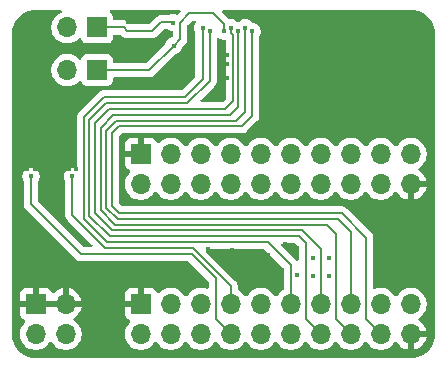
<source format=gbr>
%TF.GenerationSoftware,KiCad,Pcbnew,9.0.0-rc3-b7b28e555e~182~ubuntu24.04.1*%
%TF.CreationDate,2025-02-14T00:47:14-05:00*%
%TF.ProjectId,SharpBreakout,53686172-7042-4726-9561-6b6f75742e6b,rev?*%
%TF.SameCoordinates,Original*%
%TF.FileFunction,Copper,L4,Bot*%
%TF.FilePolarity,Positive*%
%FSLAX46Y46*%
G04 Gerber Fmt 4.6, Leading zero omitted, Abs format (unit mm)*
G04 Created by KiCad (PCBNEW 9.0.0-rc3-b7b28e555e~182~ubuntu24.04.1) date 2025-02-14 00:47:14*
%MOMM*%
%LPD*%
G01*
G04 APERTURE LIST*
%TA.AperFunction,ComponentPad*%
%ADD10R,1.700000X1.700000*%
%TD*%
%TA.AperFunction,ComponentPad*%
%ADD11O,1.700000X1.700000*%
%TD*%
%TA.AperFunction,ViaPad*%
%ADD12C,0.450000*%
%TD*%
%TA.AperFunction,ViaPad*%
%ADD13C,0.600000*%
%TD*%
%TA.AperFunction,Conductor*%
%ADD14C,0.200000*%
%TD*%
G04 APERTURE END LIST*
D10*
%TO.P,J6,1,Pin_1*%
%TO.N,/VDD1*%
X133455000Y-88140000D03*
D11*
%TO.P,J6,2,Pin_2*%
%TO.N,Net-(J6-Pin_2)*%
X130915000Y-88140000D03*
%TD*%
D10*
%TO.P,J2,1,Pin_1*%
%TO.N,/VDD2*%
X133455000Y-84540000D03*
D11*
%TO.P,J2,2,Pin_2*%
%TO.N,Net-(J2-Pin_2)*%
X130915000Y-84540000D03*
%TD*%
D10*
%TO.P,J3,1,Pin_1*%
%TO.N,GND*%
X137155000Y-95245000D03*
D11*
%TO.P,J3,2,Pin_2*%
%TO.N,unconnected-(J3-Pin_2-Pad2)*%
X137155000Y-97785000D03*
%TO.P,J3,3,Pin_3*%
%TO.N,/BCK*%
X139695000Y-95245000D03*
%TO.P,J3,4,Pin_4*%
%TO.N,/R1*%
X139695000Y-97785000D03*
%TO.P,J3,5,Pin_5*%
%TO.N,/G1*%
X142235000Y-95245000D03*
%TO.P,J3,6,Pin_6*%
%TO.N,/B1*%
X142235000Y-97785000D03*
%TO.P,J3,7,Pin_7*%
%TO.N,unconnected-(J3-Pin_7-Pad7)*%
X144775000Y-95245000D03*
%TO.P,J3,8,Pin_8*%
%TO.N,/VB*%
X144775000Y-97785000D03*
%TO.P,J3,9,Pin_9*%
%TO.N,unconnected-(J3-Pin_9-Pad9)*%
X147315000Y-95245000D03*
%TO.P,J3,10,Pin_10*%
%TO.N,unconnected-(J3-Pin_10-Pad10)*%
X147315000Y-97785000D03*
%TO.P,J3,11,Pin_11*%
%TO.N,unconnected-(J3-Pin_11-Pad11)*%
X149855000Y-95245000D03*
%TO.P,J3,12,Pin_12*%
%TO.N,unconnected-(J3-Pin_12-Pad12)*%
X149855000Y-97785000D03*
%TO.P,J3,13,Pin_13*%
%TO.N,unconnected-(J3-Pin_13-Pad13)*%
X152395000Y-95245000D03*
%TO.P,J3,14,Pin_14*%
%TO.N,unconnected-(J3-Pin_14-Pad14)*%
X152395000Y-97785000D03*
%TO.P,J3,15,Pin_15*%
%TO.N,unconnected-(J3-Pin_15-Pad15)*%
X154935000Y-95245000D03*
%TO.P,J3,16,Pin_16*%
%TO.N,unconnected-(J3-Pin_16-Pad16)*%
X154935000Y-97785000D03*
%TO.P,J3,17,Pin_17*%
%TO.N,unconnected-(J3-Pin_17-Pad17)*%
X157475000Y-95245000D03*
%TO.P,J3,18,Pin_18*%
%TO.N,unconnected-(J3-Pin_18-Pad18)*%
X157475000Y-97785000D03*
%TO.P,J3,19,Pin_19*%
%TO.N,unconnected-(J3-Pin_19-Pad19)*%
X160015000Y-95245000D03*
%TO.P,J3,20,Pin_20*%
%TO.N,GND*%
X160015000Y-97785000D03*
%TD*%
D10*
%TO.P,J5,1,Pin_1*%
%TO.N,GND*%
X137155000Y-107945000D03*
D11*
%TO.P,J5,2,Pin_2*%
%TO.N,VDDIO*%
X137155000Y-110485000D03*
%TO.P,J5,3,Pin_3*%
%TO.N,unconnected-(J5-Pin_3-Pad3)*%
X139695000Y-107945000D03*
%TO.P,J5,4,Pin_4*%
%TO.N,unconnected-(J5-Pin_4-Pad4)*%
X139695000Y-110485000D03*
%TO.P,J5,5,Pin_5*%
%TO.N,unconnected-(J5-Pin_5-Pad5)*%
X142235000Y-107945000D03*
%TO.P,J5,6,Pin_6*%
%TO.N,unconnected-(J5-Pin_6-Pad6)*%
X142235000Y-110485000D03*
%TO.P,J5,7,Pin_7*%
%TO.N,/VDDIO_EN*%
X144775000Y-107945000D03*
%TO.P,J5,8,Pin_8*%
%TO.N,/VBUS_EN*%
X144775000Y-110485000D03*
%TO.P,J5,9,Pin_9*%
%TO.N,/INTB*%
X147315000Y-107945000D03*
%TO.P,J5,10,Pin_10*%
%TO.N,/GCK*%
X147315000Y-110485000D03*
%TO.P,J5,11,Pin_11*%
%TO.N,/GSP*%
X149855000Y-107945000D03*
%TO.P,J5,12,Pin_12*%
%TO.N,/VA*%
X149855000Y-110485000D03*
%TO.P,J5,13,Pin_13*%
%TO.N,/BSP*%
X152395000Y-107945000D03*
%TO.P,J5,14,Pin_14*%
%TO.N,/GEN*%
X152395000Y-110485000D03*
%TO.P,J5,15,Pin_15*%
%TO.N,/G0*%
X154935000Y-107945000D03*
%TO.P,J5,16,Pin_16*%
%TO.N,/R0*%
X154935000Y-110485000D03*
%TO.P,J5,17,Pin_17*%
%TO.N,unconnected-(J5-Pin_17-Pad17)*%
X157475000Y-107945000D03*
%TO.P,J5,18,Pin_18*%
%TO.N,/B0*%
X157475000Y-110485000D03*
%TO.P,J5,19,Pin_19*%
%TO.N,unconnected-(J5-Pin_19-Pad19)*%
X160015000Y-107945000D03*
%TO.P,J5,20,Pin_20*%
%TO.N,GND*%
X160015000Y-110485000D03*
%TD*%
D10*
%TO.P,J4,1,Pin_1*%
%TO.N,GND*%
X128265000Y-107945000D03*
D11*
%TO.P,J4,2,Pin_2*%
%TO.N,VBUS*%
X128265000Y-110485000D03*
%TO.P,J4,3,Pin_3*%
%TO.N,GND*%
X130805000Y-107945000D03*
%TO.P,J4,4,Pin_4*%
%TO.N,VDDEXT*%
X130805000Y-110485000D03*
%TD*%
D12*
%TO.N,/GSP*%
X142380000Y-84550000D03*
%TO.N,/GEN*%
X142980000Y-84860000D03*
%TO.N,/BSP*%
X144780000Y-84550000D03*
%TO.N,/G0*%
X145980000Y-84550000D03*
%TO.N,/B0*%
X146580000Y-84860000D03*
%TO.N,GND*%
X130400000Y-100075000D03*
X159750000Y-85910000D03*
X143810000Y-104270000D03*
X136390000Y-89470000D03*
D13*
X127875000Y-84175000D03*
D12*
X131700000Y-96500000D03*
X127490000Y-96500000D03*
X149370000Y-102890000D03*
X156240000Y-85910000D03*
X151760000Y-104080000D03*
X159830000Y-105580000D03*
X144450000Y-88800000D03*
X142810000Y-103270000D03*
X134710000Y-105230000D03*
X146630000Y-103670000D03*
X144870000Y-105350000D03*
X150390000Y-105480000D03*
X144850000Y-103350000D03*
X146640000Y-105370000D03*
X144454000Y-86890000D03*
X156220000Y-92420000D03*
X147890000Y-103790000D03*
X128740000Y-88320000D03*
X139750000Y-88680000D03*
X156220000Y-89300000D03*
X157620000Y-103490000D03*
X126900000Y-100050000D03*
X157400000Y-100820000D03*
X128220000Y-96500000D03*
X159780000Y-89280000D03*
D13*
X126900000Y-85475000D03*
D12*
X153070000Y-105580000D03*
X131510000Y-94000000D03*
X152140000Y-92390000D03*
X131090000Y-101490000D03*
X151760000Y-105580000D03*
X128800000Y-94000000D03*
X144450000Y-87660000D03*
X159710000Y-100720000D03*
X153070000Y-104050000D03*
X152070000Y-85910000D03*
X136075000Y-86100000D03*
X131040000Y-96500000D03*
X152000000Y-89200000D03*
X150260000Y-103840000D03*
X159870000Y-92440000D03*
X147910000Y-105310000D03*
X157650000Y-105480000D03*
X139340000Y-105400000D03*
X159760000Y-103400000D03*
X136075000Y-84100000D03*
X128710000Y-91410000D03*
%TO.N,/R0*%
X145380000Y-84860000D03*
%TO.N,/VDD2*%
X139900000Y-84125000D03*
%TO.N,/VDD1*%
X144180000Y-84860000D03*
X139925000Y-86085000D03*
%TO.N,/VBUS_EN*%
X127850000Y-97150000D03*
%TO.N,/VDDIO_EN*%
X131350000Y-97150000D03*
%TD*%
D14*
%TO.N,/GSP*%
X132310000Y-100720000D02*
X134310000Y-102720000D01*
X134310000Y-102720000D02*
X147910000Y-102720000D01*
X132310000Y-92160000D02*
X132310000Y-100720000D01*
X140860000Y-90460000D02*
X134010000Y-90460000D01*
X142380000Y-84550000D02*
X142380000Y-88940000D01*
X134010000Y-90460000D02*
X132310000Y-92160000D01*
X149855000Y-104665000D02*
X149855000Y-107945000D01*
X147910000Y-102720000D02*
X149855000Y-104665000D01*
X142380000Y-88940000D02*
X140860000Y-90460000D01*
%TO.N,/GEN*%
X152395000Y-110485000D02*
X151120000Y-109210000D01*
X132800000Y-92360000D02*
X134200000Y-90960000D01*
X151120000Y-102800000D02*
X150540000Y-102220000D01*
X142980000Y-89050000D02*
X142980000Y-84860000D01*
X134510000Y-102220000D02*
X132800000Y-100510000D01*
X151120000Y-109210000D02*
X151120000Y-102800000D01*
X134200000Y-90960000D02*
X141070000Y-90960000D01*
X141070000Y-90960000D02*
X142980000Y-89050000D01*
X150540000Y-102220000D02*
X134510000Y-102220000D01*
X132800000Y-100510000D02*
X132800000Y-92360000D01*
%TO.N,/BSP*%
X144290000Y-91460000D02*
X134500000Y-91460000D01*
X133300000Y-92660000D02*
X133300000Y-100280000D01*
X144780000Y-84550000D02*
X144780000Y-85003877D01*
X150820000Y-101730000D02*
X152395000Y-103305000D01*
X133300000Y-100280000D02*
X134750000Y-101730000D01*
X134500000Y-91460000D02*
X133300000Y-92660000D01*
X152395000Y-103305000D02*
X152395000Y-107945000D01*
X144979000Y-85202877D02*
X144979000Y-90771000D01*
X144780000Y-85003877D02*
X144979000Y-85202877D01*
X144979000Y-90771000D02*
X144290000Y-91460000D01*
X134750000Y-101730000D02*
X150820000Y-101730000D01*
%TO.N,/G0*%
X134230000Y-99810000D02*
X134230000Y-93300000D01*
X154935000Y-107945000D02*
X154935000Y-101845000D01*
X154935000Y-101845000D02*
X153850000Y-100760000D01*
X134230000Y-93300000D02*
X135090000Y-92440000D01*
X135090000Y-92440000D02*
X145240000Y-92440000D01*
X153850000Y-100760000D02*
X135180000Y-100760000D01*
X135180000Y-100760000D02*
X134230000Y-99810000D01*
X145980000Y-91700000D02*
X145980000Y-84550000D01*
X145240000Y-92440000D02*
X145980000Y-91700000D01*
%TO.N,/B0*%
X154160000Y-100280000D02*
X156210000Y-102330000D01*
X135300000Y-92910000D02*
X134700000Y-93510000D01*
X134700000Y-99640000D02*
X135340000Y-100280000D01*
X146580000Y-84860000D02*
X146580000Y-92010000D01*
X156210000Y-109220000D02*
X157475000Y-110485000D01*
X146580000Y-92010000D02*
X145680000Y-92910000D01*
X134700000Y-93510000D02*
X134700000Y-99640000D01*
X156210000Y-102330000D02*
X156210000Y-109220000D01*
X145680000Y-92910000D02*
X135300000Y-92910000D01*
X135340000Y-100280000D02*
X154160000Y-100280000D01*
%TO.N,/R0*%
X154935000Y-110485000D02*
X153660000Y-109210000D01*
X133740000Y-100010000D02*
X133740000Y-93030000D01*
X153660000Y-109210000D02*
X153660000Y-101990000D01*
X134970000Y-101240000D02*
X133740000Y-100010000D01*
X152910000Y-101240000D02*
X134970000Y-101240000D01*
X153660000Y-101990000D02*
X152910000Y-101240000D01*
X144670000Y-91960000D02*
X145380000Y-91250000D01*
X134810000Y-91960000D02*
X144670000Y-91960000D01*
X145380000Y-91250000D02*
X145380000Y-84860000D01*
X133740000Y-93030000D02*
X134810000Y-91960000D01*
%TO.N,/VDD2*%
X136020000Y-84870000D02*
X135690000Y-84540000D01*
X139900000Y-84125000D02*
X139875000Y-84100000D01*
X138080000Y-84870000D02*
X136020000Y-84870000D01*
X139875000Y-84100000D02*
X138850000Y-84100000D01*
X135690000Y-84540000D02*
X133455000Y-84540000D01*
X138850000Y-84100000D02*
X138080000Y-84870000D01*
%TO.N,/VDD1*%
X140475000Y-84125000D02*
X141250000Y-83350000D01*
X143300000Y-83350000D02*
X144180000Y-84230000D01*
X139925000Y-86085000D02*
X140475000Y-85535000D01*
X139925000Y-86085000D02*
X137870000Y-88140000D01*
X141250000Y-83350000D02*
X143300000Y-83350000D01*
X140475000Y-85535000D02*
X140475000Y-84125000D01*
X144180000Y-84230000D02*
X144180000Y-84860000D01*
X137870000Y-88140000D02*
X133455000Y-88140000D01*
%TO.N,/VBUS_EN*%
X127850000Y-97150000D02*
X127850000Y-99480000D01*
X132110000Y-103740000D02*
X141460000Y-103740000D01*
X127850000Y-99480000D02*
X132110000Y-103740000D01*
X143500000Y-109210000D02*
X144775000Y-110485000D01*
X141460000Y-103740000D02*
X143500000Y-105780000D01*
X143500000Y-105780000D02*
X143500000Y-109210000D01*
%TO.N,/VDDIO_EN*%
X131350000Y-100400000D02*
X134160000Y-103210000D01*
X131350000Y-97150000D02*
X131350000Y-100400000D01*
X134160000Y-103210000D02*
X141530000Y-103210000D01*
X141530000Y-103210000D02*
X144775000Y-106455000D01*
X144775000Y-106455000D02*
X144775000Y-107945000D01*
%TD*%
%TA.AperFunction,Conductor*%
%TO.N,GND*%
G36*
X130339075Y-107752007D02*
G01*
X130305000Y-107879174D01*
X130305000Y-108010826D01*
X130339075Y-108137993D01*
X130371988Y-108195000D01*
X128698012Y-108195000D01*
X128730925Y-108137993D01*
X128765000Y-108010826D01*
X128765000Y-107879174D01*
X128730925Y-107752007D01*
X128698012Y-107695000D01*
X130371988Y-107695000D01*
X130339075Y-107752007D01*
G37*
%TD.AperFunction*%
%TA.AperFunction,Conductor*%
G36*
X130414682Y-83070185D02*
G01*
X130460437Y-83122989D01*
X130470381Y-83192147D01*
X130441356Y-83255703D01*
X130400415Y-83285222D01*
X130400929Y-83286231D01*
X130207179Y-83384951D01*
X130035213Y-83509890D01*
X129884890Y-83660213D01*
X129759951Y-83832179D01*
X129663444Y-84021585D01*
X129663443Y-84021587D01*
X129663443Y-84021588D01*
X129642022Y-84087514D01*
X129597753Y-84223760D01*
X129564500Y-84433713D01*
X129564500Y-84646286D01*
X129595147Y-84839788D01*
X129597754Y-84856243D01*
X129642043Y-84992551D01*
X129663444Y-85058414D01*
X129759951Y-85247820D01*
X129884890Y-85419786D01*
X130035213Y-85570109D01*
X130207179Y-85695048D01*
X130207181Y-85695049D01*
X130207184Y-85695051D01*
X130396588Y-85791557D01*
X130598757Y-85857246D01*
X130808713Y-85890500D01*
X130808714Y-85890500D01*
X131021286Y-85890500D01*
X131021287Y-85890500D01*
X131231243Y-85857246D01*
X131433412Y-85791557D01*
X131622816Y-85695051D01*
X131722651Y-85622517D01*
X131794784Y-85570110D01*
X131794784Y-85570109D01*
X131794792Y-85570104D01*
X131908329Y-85456566D01*
X131969648Y-85423084D01*
X132039340Y-85428068D01*
X132095274Y-85469939D01*
X132112189Y-85500917D01*
X132161202Y-85632328D01*
X132161206Y-85632335D01*
X132247452Y-85747544D01*
X132247455Y-85747547D01*
X132362664Y-85833793D01*
X132362671Y-85833797D01*
X132497517Y-85884091D01*
X132497516Y-85884091D01*
X132504444Y-85884835D01*
X132557127Y-85890500D01*
X134352872Y-85890499D01*
X134412483Y-85884091D01*
X134547331Y-85833796D01*
X134662546Y-85747546D01*
X134748796Y-85632331D01*
X134799091Y-85497483D01*
X134805500Y-85437873D01*
X134805500Y-85264500D01*
X134825185Y-85197461D01*
X134877989Y-85151706D01*
X134929500Y-85140500D01*
X135389903Y-85140500D01*
X135419343Y-85149144D01*
X135449330Y-85155668D01*
X135454345Y-85159422D01*
X135456942Y-85160185D01*
X135477584Y-85176819D01*
X135535139Y-85234374D01*
X135535149Y-85234385D01*
X135539479Y-85238715D01*
X135539480Y-85238716D01*
X135651284Y-85350520D01*
X135651286Y-85350521D01*
X135651290Y-85350524D01*
X135715131Y-85387382D01*
X135788216Y-85429577D01*
X135899887Y-85459499D01*
X135940942Y-85470500D01*
X135940943Y-85470500D01*
X137993331Y-85470500D01*
X137993347Y-85470501D01*
X138000943Y-85470501D01*
X138159054Y-85470501D01*
X138159057Y-85470501D01*
X138311785Y-85429577D01*
X138384870Y-85387381D01*
X138384874Y-85387379D01*
X138448709Y-85350524D01*
X138448708Y-85350524D01*
X138448716Y-85350520D01*
X138560520Y-85238716D01*
X138560520Y-85238714D01*
X138570724Y-85228511D01*
X138570727Y-85228506D01*
X139062416Y-84736819D01*
X139123739Y-84703334D01*
X139150097Y-84700500D01*
X139417817Y-84700500D01*
X139484856Y-84720185D01*
X139486708Y-84721398D01*
X139556340Y-84767925D01*
X139556346Y-84767928D01*
X139556347Y-84767929D01*
X139688380Y-84822619D01*
X139731191Y-84831134D01*
X139774691Y-84839788D01*
X139836602Y-84872173D01*
X139871176Y-84932889D01*
X139874500Y-84961405D01*
X139874500Y-85234901D01*
X139865855Y-85264342D01*
X139859331Y-85294330D01*
X139855577Y-85299344D01*
X139854815Y-85301940D01*
X139838179Y-85322584D01*
X139814877Y-85345885D01*
X139753553Y-85379369D01*
X139751391Y-85379819D01*
X139713384Y-85387379D01*
X139713381Y-85387380D01*
X139581349Y-85442069D01*
X139581340Y-85442074D01*
X139462521Y-85521467D01*
X139462517Y-85521470D01*
X139361470Y-85622517D01*
X139361467Y-85622521D01*
X139282074Y-85741340D01*
X139282069Y-85741349D01*
X139227380Y-85873381D01*
X139227379Y-85873383D01*
X139219819Y-85911392D01*
X139187433Y-85973302D01*
X139185883Y-85974880D01*
X137657584Y-87503181D01*
X137596261Y-87536666D01*
X137569903Y-87539500D01*
X134929499Y-87539500D01*
X134862460Y-87519815D01*
X134816705Y-87467011D01*
X134805499Y-87415500D01*
X134805499Y-87242129D01*
X134805498Y-87242123D01*
X134799091Y-87182516D01*
X134748797Y-87047671D01*
X134748793Y-87047664D01*
X134662547Y-86932455D01*
X134662544Y-86932452D01*
X134547335Y-86846206D01*
X134547328Y-86846202D01*
X134412482Y-86795908D01*
X134412483Y-86795908D01*
X134352883Y-86789501D01*
X134352881Y-86789500D01*
X134352873Y-86789500D01*
X134352864Y-86789500D01*
X132557129Y-86789500D01*
X132557123Y-86789501D01*
X132497516Y-86795908D01*
X132362671Y-86846202D01*
X132362664Y-86846206D01*
X132247455Y-86932452D01*
X132247452Y-86932455D01*
X132161206Y-87047664D01*
X132161203Y-87047669D01*
X132112189Y-87179083D01*
X132070317Y-87235016D01*
X132004853Y-87259433D01*
X131936580Y-87244581D01*
X131908326Y-87223430D01*
X131794786Y-87109890D01*
X131622820Y-86984951D01*
X131433414Y-86888444D01*
X131433413Y-86888443D01*
X131433412Y-86888443D01*
X131231243Y-86822754D01*
X131231241Y-86822753D01*
X131231240Y-86822753D01*
X131069957Y-86797208D01*
X131021287Y-86789500D01*
X130808713Y-86789500D01*
X130760042Y-86797208D01*
X130598760Y-86822753D01*
X130396585Y-86888444D01*
X130207179Y-86984951D01*
X130035213Y-87109890D01*
X129884890Y-87260213D01*
X129759951Y-87432179D01*
X129663444Y-87621585D01*
X129597753Y-87823760D01*
X129564500Y-88033713D01*
X129564500Y-88246287D01*
X129597754Y-88456243D01*
X129611486Y-88498507D01*
X129663444Y-88658414D01*
X129759951Y-88847820D01*
X129884890Y-89019786D01*
X130035213Y-89170109D01*
X130207179Y-89295048D01*
X130207181Y-89295049D01*
X130207184Y-89295051D01*
X130396588Y-89391557D01*
X130598757Y-89457246D01*
X130808713Y-89490500D01*
X130808714Y-89490500D01*
X131021286Y-89490500D01*
X131021287Y-89490500D01*
X131231243Y-89457246D01*
X131433412Y-89391557D01*
X131622816Y-89295051D01*
X131794792Y-89170104D01*
X131908329Y-89056566D01*
X131969648Y-89023084D01*
X132039340Y-89028068D01*
X132095274Y-89069939D01*
X132112189Y-89100917D01*
X132161202Y-89232328D01*
X132161206Y-89232335D01*
X132247452Y-89347544D01*
X132247455Y-89347547D01*
X132362664Y-89433793D01*
X132362671Y-89433797D01*
X132497517Y-89484091D01*
X132497516Y-89484091D01*
X132504444Y-89484835D01*
X132557127Y-89490500D01*
X134352872Y-89490499D01*
X134412483Y-89484091D01*
X134547331Y-89433796D01*
X134662546Y-89347546D01*
X134748796Y-89232331D01*
X134799091Y-89097483D01*
X134805500Y-89037873D01*
X134805500Y-88864500D01*
X134825185Y-88797461D01*
X134877989Y-88751706D01*
X134929500Y-88740500D01*
X137783331Y-88740500D01*
X137783347Y-88740501D01*
X137790943Y-88740501D01*
X137949054Y-88740501D01*
X137949057Y-88740501D01*
X138101785Y-88699577D01*
X138151904Y-88670639D01*
X138238716Y-88620520D01*
X138350520Y-88508716D01*
X138350520Y-88508714D01*
X138360728Y-88498507D01*
X138360730Y-88498504D01*
X140035119Y-86824114D01*
X140096440Y-86790631D01*
X140098536Y-86790194D01*
X140136620Y-86782619D01*
X140268653Y-86727929D01*
X140387479Y-86648532D01*
X140488532Y-86547479D01*
X140567929Y-86428653D01*
X140622619Y-86296620D01*
X140630180Y-86258606D01*
X140638945Y-86241849D01*
X140642965Y-86223371D01*
X140661704Y-86198338D01*
X140662563Y-86196697D01*
X140664058Y-86195175D01*
X140833506Y-86025728D01*
X140833511Y-86025724D01*
X140843714Y-86015520D01*
X140843716Y-86015520D01*
X140955520Y-85903716D01*
X141034577Y-85766784D01*
X141075500Y-85614057D01*
X141075500Y-84425097D01*
X141095185Y-84358058D01*
X141111819Y-84337416D01*
X141462417Y-83986819D01*
X141489344Y-83972115D01*
X141515163Y-83955523D01*
X141521363Y-83954631D01*
X141523740Y-83953334D01*
X141550098Y-83950500D01*
X141676034Y-83950500D01*
X141743073Y-83970185D01*
X141788828Y-84022989D01*
X141798772Y-84092147D01*
X141779136Y-84143391D01*
X141737074Y-84206340D01*
X141737069Y-84206349D01*
X141682381Y-84338379D01*
X141682379Y-84338385D01*
X141654500Y-84478542D01*
X141654500Y-84478545D01*
X141654500Y-84621455D01*
X141654500Y-84621457D01*
X141654499Y-84621457D01*
X141682379Y-84761614D01*
X141682381Y-84761620D01*
X141737070Y-84893651D01*
X141758601Y-84925874D01*
X141779480Y-84992551D01*
X141779500Y-84994766D01*
X141779500Y-88639902D01*
X141759815Y-88706941D01*
X141743181Y-88727583D01*
X140647584Y-89823181D01*
X140586261Y-89856666D01*
X140559903Y-89859500D01*
X134089057Y-89859500D01*
X133930943Y-89859500D01*
X133778215Y-89900423D01*
X133778214Y-89900423D01*
X133778212Y-89900424D01*
X133778209Y-89900425D01*
X133728096Y-89929359D01*
X133728095Y-89929360D01*
X133684689Y-89954420D01*
X133641285Y-89979479D01*
X133641282Y-89979481D01*
X131829479Y-91791284D01*
X131809913Y-91825174D01*
X131801643Y-91839500D01*
X131750423Y-91928215D01*
X131709499Y-92080943D01*
X131709499Y-92080945D01*
X131709499Y-92249046D01*
X131709500Y-92249059D01*
X131709500Y-96330701D01*
X131689815Y-96397740D01*
X131637011Y-96443495D01*
X131567853Y-96453439D01*
X131561309Y-96452318D01*
X131421459Y-96424500D01*
X131421455Y-96424500D01*
X131278545Y-96424500D01*
X131278543Y-96424500D01*
X131138385Y-96452379D01*
X131138379Y-96452381D01*
X131006349Y-96507069D01*
X131006340Y-96507074D01*
X130887521Y-96586467D01*
X130887517Y-96586470D01*
X130786470Y-96687517D01*
X130786467Y-96687521D01*
X130707074Y-96806340D01*
X130707069Y-96806349D01*
X130652381Y-96938379D01*
X130652379Y-96938385D01*
X130624500Y-97078542D01*
X130624500Y-97078545D01*
X130624500Y-97221455D01*
X130624500Y-97221457D01*
X130624499Y-97221457D01*
X130652379Y-97361614D01*
X130652381Y-97361620D01*
X130707070Y-97493651D01*
X130728601Y-97525874D01*
X130749480Y-97592551D01*
X130749500Y-97594766D01*
X130749500Y-100313330D01*
X130749499Y-100313348D01*
X130749499Y-100479054D01*
X130749498Y-100479054D01*
X130790423Y-100631786D01*
X130790424Y-100631787D01*
X130818504Y-100680423D01*
X130869480Y-100768716D01*
X130869482Y-100768718D01*
X130988349Y-100887585D01*
X130988355Y-100887590D01*
X133028584Y-102927819D01*
X133062069Y-102989142D01*
X133057085Y-103058834D01*
X133015213Y-103114767D01*
X132949749Y-103139184D01*
X132940903Y-103139500D01*
X132410098Y-103139500D01*
X132343059Y-103119815D01*
X132322417Y-103103181D01*
X128486819Y-99267583D01*
X128453334Y-99206260D01*
X128450500Y-99179902D01*
X128450500Y-97594766D01*
X128470185Y-97527727D01*
X128471399Y-97525874D01*
X128492929Y-97493653D01*
X128547619Y-97361620D01*
X128566484Y-97266782D01*
X128575500Y-97221457D01*
X128575500Y-97078542D01*
X128547620Y-96938385D01*
X128547619Y-96938384D01*
X128547619Y-96938380D01*
X128492929Y-96806347D01*
X128492928Y-96806346D01*
X128492925Y-96806340D01*
X128413532Y-96687521D01*
X128413529Y-96687517D01*
X128312482Y-96586470D01*
X128312478Y-96586467D01*
X128193659Y-96507074D01*
X128193650Y-96507069D01*
X128061620Y-96452381D01*
X128061614Y-96452379D01*
X127921457Y-96424500D01*
X127921455Y-96424500D01*
X127778545Y-96424500D01*
X127778543Y-96424500D01*
X127638385Y-96452379D01*
X127638379Y-96452381D01*
X127506349Y-96507069D01*
X127506340Y-96507074D01*
X127387521Y-96586467D01*
X127387517Y-96586470D01*
X127286470Y-96687517D01*
X127286467Y-96687521D01*
X127207074Y-96806340D01*
X127207069Y-96806349D01*
X127152381Y-96938379D01*
X127152379Y-96938385D01*
X127124500Y-97078542D01*
X127124500Y-97078545D01*
X127124500Y-97221455D01*
X127124500Y-97221457D01*
X127124499Y-97221457D01*
X127152379Y-97361614D01*
X127152381Y-97361620D01*
X127207070Y-97493651D01*
X127228601Y-97525874D01*
X127249480Y-97592551D01*
X127249500Y-97594766D01*
X127249500Y-99393330D01*
X127249499Y-99393348D01*
X127249499Y-99559054D01*
X127249498Y-99559054D01*
X127290423Y-99711787D01*
X127290424Y-99711788D01*
X127301482Y-99730940D01*
X127301484Y-99730943D01*
X127369477Y-99848712D01*
X127369481Y-99848717D01*
X127488349Y-99967585D01*
X127488354Y-99967589D01*
X131741284Y-104220520D01*
X131741286Y-104220521D01*
X131741290Y-104220524D01*
X131852749Y-104284874D01*
X131878216Y-104299577D01*
X132030943Y-104340501D01*
X132030945Y-104340501D01*
X132196654Y-104340501D01*
X132196670Y-104340500D01*
X141159903Y-104340500D01*
X141226942Y-104360185D01*
X141247584Y-104376819D01*
X142863181Y-105992416D01*
X142896666Y-106053739D01*
X142899500Y-106080097D01*
X142899500Y-106570238D01*
X142879815Y-106637277D01*
X142827011Y-106683032D01*
X142757853Y-106692976D01*
X142737182Y-106688169D01*
X142551240Y-106627753D01*
X142389957Y-106602208D01*
X142341287Y-106594500D01*
X142128713Y-106594500D01*
X142080042Y-106602208D01*
X141918760Y-106627753D01*
X141716585Y-106693444D01*
X141527179Y-106789951D01*
X141355213Y-106914890D01*
X141204890Y-107065213D01*
X141079949Y-107237182D01*
X141075484Y-107245946D01*
X141027509Y-107296742D01*
X140959688Y-107313536D01*
X140893553Y-107290998D01*
X140854516Y-107245946D01*
X140850050Y-107237182D01*
X140725109Y-107065213D01*
X140574786Y-106914890D01*
X140402820Y-106789951D01*
X140213414Y-106693444D01*
X140213413Y-106693443D01*
X140213412Y-106693443D01*
X140011243Y-106627754D01*
X140011241Y-106627753D01*
X140011240Y-106627753D01*
X139849957Y-106602208D01*
X139801287Y-106594500D01*
X139588713Y-106594500D01*
X139540042Y-106602208D01*
X139378760Y-106627753D01*
X139176585Y-106693444D01*
X138987179Y-106789951D01*
X138815215Y-106914889D01*
X138701285Y-107028819D01*
X138639962Y-107062303D01*
X138570270Y-107057319D01*
X138514337Y-107015447D01*
X138497422Y-106984470D01*
X138448354Y-106852913D01*
X138448350Y-106852906D01*
X138362190Y-106737812D01*
X138362187Y-106737809D01*
X138247093Y-106651649D01*
X138247086Y-106651645D01*
X138112379Y-106601403D01*
X138112372Y-106601401D01*
X138052844Y-106595000D01*
X137405000Y-106595000D01*
X137405000Y-107511988D01*
X137347993Y-107479075D01*
X137220826Y-107445000D01*
X137089174Y-107445000D01*
X136962007Y-107479075D01*
X136905000Y-107511988D01*
X136905000Y-106595000D01*
X136257155Y-106595000D01*
X136197627Y-106601401D01*
X136197620Y-106601403D01*
X136062913Y-106651645D01*
X136062906Y-106651649D01*
X135947812Y-106737809D01*
X135947809Y-106737812D01*
X135861649Y-106852906D01*
X135861645Y-106852913D01*
X135811403Y-106987620D01*
X135811401Y-106987627D01*
X135805000Y-107047155D01*
X135805000Y-107695000D01*
X136721988Y-107695000D01*
X136689075Y-107752007D01*
X136655000Y-107879174D01*
X136655000Y-108010826D01*
X136689075Y-108137993D01*
X136721988Y-108195000D01*
X135805000Y-108195000D01*
X135805000Y-108842844D01*
X135811401Y-108902372D01*
X135811403Y-108902379D01*
X135861645Y-109037086D01*
X135861649Y-109037093D01*
X135947809Y-109152187D01*
X135947812Y-109152190D01*
X136062906Y-109238350D01*
X136062913Y-109238354D01*
X136194470Y-109287422D01*
X136250404Y-109329293D01*
X136274821Y-109394758D01*
X136259969Y-109463031D01*
X136238819Y-109491285D01*
X136124889Y-109605215D01*
X135999951Y-109777179D01*
X135903444Y-109966585D01*
X135837753Y-110168760D01*
X135836291Y-110177993D01*
X135804500Y-110378713D01*
X135804500Y-110591287D01*
X135814534Y-110654644D01*
X135837753Y-110801239D01*
X135903444Y-111003414D01*
X135999951Y-111192820D01*
X136124890Y-111364786D01*
X136275213Y-111515109D01*
X136447179Y-111640048D01*
X136447181Y-111640049D01*
X136447184Y-111640051D01*
X136636588Y-111736557D01*
X136838757Y-111802246D01*
X137048713Y-111835500D01*
X137048714Y-111835500D01*
X137261286Y-111835500D01*
X137261287Y-111835500D01*
X137471243Y-111802246D01*
X137673412Y-111736557D01*
X137862816Y-111640051D01*
X137908639Y-111606759D01*
X138034786Y-111515109D01*
X138034788Y-111515106D01*
X138034792Y-111515104D01*
X138185104Y-111364792D01*
X138185106Y-111364788D01*
X138185109Y-111364786D01*
X138310048Y-111192820D01*
X138310047Y-111192820D01*
X138310051Y-111192816D01*
X138314514Y-111184054D01*
X138362488Y-111133259D01*
X138430308Y-111116463D01*
X138496444Y-111138999D01*
X138535486Y-111184056D01*
X138539951Y-111192820D01*
X138664890Y-111364786D01*
X138815213Y-111515109D01*
X138987179Y-111640048D01*
X138987181Y-111640049D01*
X138987184Y-111640051D01*
X139176588Y-111736557D01*
X139378757Y-111802246D01*
X139588713Y-111835500D01*
X139588714Y-111835500D01*
X139801286Y-111835500D01*
X139801287Y-111835500D01*
X140011243Y-111802246D01*
X140213412Y-111736557D01*
X140402816Y-111640051D01*
X140448639Y-111606759D01*
X140574786Y-111515109D01*
X140574788Y-111515106D01*
X140574792Y-111515104D01*
X140725104Y-111364792D01*
X140725106Y-111364788D01*
X140725109Y-111364786D01*
X140850048Y-111192820D01*
X140850047Y-111192820D01*
X140850051Y-111192816D01*
X140854514Y-111184054D01*
X140902488Y-111133259D01*
X140970308Y-111116463D01*
X141036444Y-111138999D01*
X141075486Y-111184056D01*
X141079951Y-111192820D01*
X141204890Y-111364786D01*
X141355213Y-111515109D01*
X141527179Y-111640048D01*
X141527181Y-111640049D01*
X141527184Y-111640051D01*
X141716588Y-111736557D01*
X141918757Y-111802246D01*
X142128713Y-111835500D01*
X142128714Y-111835500D01*
X142341286Y-111835500D01*
X142341287Y-111835500D01*
X142551243Y-111802246D01*
X142753412Y-111736557D01*
X142942816Y-111640051D01*
X142988639Y-111606759D01*
X143114786Y-111515109D01*
X143114788Y-111515106D01*
X143114792Y-111515104D01*
X143265104Y-111364792D01*
X143265106Y-111364788D01*
X143265109Y-111364786D01*
X143390048Y-111192820D01*
X143390047Y-111192820D01*
X143390051Y-111192816D01*
X143394514Y-111184054D01*
X143442488Y-111133259D01*
X143510308Y-111116463D01*
X143576444Y-111138999D01*
X143615486Y-111184056D01*
X143619951Y-111192820D01*
X143744890Y-111364786D01*
X143895213Y-111515109D01*
X144067179Y-111640048D01*
X144067181Y-111640049D01*
X144067184Y-111640051D01*
X144256588Y-111736557D01*
X144458757Y-111802246D01*
X144668713Y-111835500D01*
X144668714Y-111835500D01*
X144881286Y-111835500D01*
X144881287Y-111835500D01*
X145091243Y-111802246D01*
X145293412Y-111736557D01*
X145482816Y-111640051D01*
X145528639Y-111606759D01*
X145654786Y-111515109D01*
X145654788Y-111515106D01*
X145654792Y-111515104D01*
X145805104Y-111364792D01*
X145805106Y-111364788D01*
X145805109Y-111364786D01*
X145930048Y-111192820D01*
X145930047Y-111192820D01*
X145930051Y-111192816D01*
X145934514Y-111184054D01*
X145982488Y-111133259D01*
X146050308Y-111116463D01*
X146116444Y-111138999D01*
X146155486Y-111184056D01*
X146159951Y-111192820D01*
X146284890Y-111364786D01*
X146435213Y-111515109D01*
X146607179Y-111640048D01*
X146607181Y-111640049D01*
X146607184Y-111640051D01*
X146796588Y-111736557D01*
X146998757Y-111802246D01*
X147208713Y-111835500D01*
X147208714Y-111835500D01*
X147421286Y-111835500D01*
X147421287Y-111835500D01*
X147631243Y-111802246D01*
X147833412Y-111736557D01*
X148022816Y-111640051D01*
X148068639Y-111606759D01*
X148194786Y-111515109D01*
X148194788Y-111515106D01*
X148194792Y-111515104D01*
X148345104Y-111364792D01*
X148345106Y-111364788D01*
X148345109Y-111364786D01*
X148470048Y-111192820D01*
X148470047Y-111192820D01*
X148470051Y-111192816D01*
X148474514Y-111184054D01*
X148522488Y-111133259D01*
X148590308Y-111116463D01*
X148656444Y-111138999D01*
X148695486Y-111184056D01*
X148699951Y-111192820D01*
X148824890Y-111364786D01*
X148975213Y-111515109D01*
X149147179Y-111640048D01*
X149147181Y-111640049D01*
X149147184Y-111640051D01*
X149336588Y-111736557D01*
X149538757Y-111802246D01*
X149748713Y-111835500D01*
X149748714Y-111835500D01*
X149961286Y-111835500D01*
X149961287Y-111835500D01*
X150171243Y-111802246D01*
X150373412Y-111736557D01*
X150562816Y-111640051D01*
X150608639Y-111606759D01*
X150734786Y-111515109D01*
X150734788Y-111515106D01*
X150734792Y-111515104D01*
X150885104Y-111364792D01*
X150885106Y-111364788D01*
X150885109Y-111364786D01*
X151010048Y-111192820D01*
X151010047Y-111192820D01*
X151010051Y-111192816D01*
X151014514Y-111184054D01*
X151062488Y-111133259D01*
X151130308Y-111116463D01*
X151196444Y-111138999D01*
X151235486Y-111184056D01*
X151239951Y-111192820D01*
X151364890Y-111364786D01*
X151515213Y-111515109D01*
X151687179Y-111640048D01*
X151687181Y-111640049D01*
X151687184Y-111640051D01*
X151876588Y-111736557D01*
X152078757Y-111802246D01*
X152288713Y-111835500D01*
X152288714Y-111835500D01*
X152501286Y-111835500D01*
X152501287Y-111835500D01*
X152711243Y-111802246D01*
X152913412Y-111736557D01*
X153102816Y-111640051D01*
X153148639Y-111606759D01*
X153274786Y-111515109D01*
X153274788Y-111515106D01*
X153274792Y-111515104D01*
X153425104Y-111364792D01*
X153425106Y-111364788D01*
X153425109Y-111364786D01*
X153550048Y-111192820D01*
X153550047Y-111192820D01*
X153550051Y-111192816D01*
X153554514Y-111184054D01*
X153602488Y-111133259D01*
X153670308Y-111116463D01*
X153736444Y-111138999D01*
X153775486Y-111184056D01*
X153779951Y-111192820D01*
X153904890Y-111364786D01*
X154055213Y-111515109D01*
X154227179Y-111640048D01*
X154227181Y-111640049D01*
X154227184Y-111640051D01*
X154416588Y-111736557D01*
X154618757Y-111802246D01*
X154828713Y-111835500D01*
X154828714Y-111835500D01*
X155041286Y-111835500D01*
X155041287Y-111835500D01*
X155251243Y-111802246D01*
X155453412Y-111736557D01*
X155642816Y-111640051D01*
X155688639Y-111606759D01*
X155814786Y-111515109D01*
X155814788Y-111515106D01*
X155814792Y-111515104D01*
X155965104Y-111364792D01*
X155965106Y-111364788D01*
X155965109Y-111364786D01*
X156090048Y-111192820D01*
X156090047Y-111192820D01*
X156090051Y-111192816D01*
X156094514Y-111184054D01*
X156142488Y-111133259D01*
X156210308Y-111116463D01*
X156276444Y-111138999D01*
X156315486Y-111184056D01*
X156319951Y-111192820D01*
X156444890Y-111364786D01*
X156595213Y-111515109D01*
X156767179Y-111640048D01*
X156767181Y-111640049D01*
X156767184Y-111640051D01*
X156956588Y-111736557D01*
X157158757Y-111802246D01*
X157368713Y-111835500D01*
X157368714Y-111835500D01*
X157581286Y-111835500D01*
X157581287Y-111835500D01*
X157791243Y-111802246D01*
X157993412Y-111736557D01*
X158182816Y-111640051D01*
X158228639Y-111606759D01*
X158354786Y-111515109D01*
X158354788Y-111515106D01*
X158354792Y-111515104D01*
X158505104Y-111364792D01*
X158505106Y-111364788D01*
X158505109Y-111364786D01*
X158630048Y-111192820D01*
X158630051Y-111192816D01*
X158634793Y-111183508D01*
X158682763Y-111132711D01*
X158750583Y-111115911D01*
X158816719Y-111138445D01*
X158855763Y-111183500D01*
X158860377Y-111192555D01*
X158985272Y-111364459D01*
X158985276Y-111364464D01*
X159135535Y-111514723D01*
X159135540Y-111514727D01*
X159307442Y-111639620D01*
X159496782Y-111736095D01*
X159698871Y-111801757D01*
X159765000Y-111812231D01*
X159765000Y-110918012D01*
X159822007Y-110950925D01*
X159949174Y-110985000D01*
X160080826Y-110985000D01*
X160207993Y-110950925D01*
X160265000Y-110918012D01*
X160265000Y-111812230D01*
X160331126Y-111801757D01*
X160331129Y-111801757D01*
X160533217Y-111736095D01*
X160722557Y-111639620D01*
X160894459Y-111514727D01*
X160894464Y-111514723D01*
X161044723Y-111364464D01*
X161044727Y-111364459D01*
X161169620Y-111192557D01*
X161266095Y-111003217D01*
X161331757Y-110801129D01*
X161331757Y-110801126D01*
X161342231Y-110735000D01*
X160448012Y-110735000D01*
X160480925Y-110677993D01*
X160515000Y-110550826D01*
X160515000Y-110419174D01*
X160480925Y-110292007D01*
X160448012Y-110235000D01*
X161342231Y-110235000D01*
X161331757Y-110168873D01*
X161331757Y-110168870D01*
X161266095Y-109966782D01*
X161169620Y-109777442D01*
X161044727Y-109605540D01*
X161044723Y-109605535D01*
X160894464Y-109455276D01*
X160894459Y-109455272D01*
X160722555Y-109330377D01*
X160713500Y-109325763D01*
X160662706Y-109277788D01*
X160645912Y-109209966D01*
X160668451Y-109143832D01*
X160713508Y-109104793D01*
X160722816Y-109100051D01*
X160809471Y-109037093D01*
X160894786Y-108975109D01*
X160894788Y-108975106D01*
X160894792Y-108975104D01*
X161045104Y-108824792D01*
X161045106Y-108824788D01*
X161045109Y-108824786D01*
X161170048Y-108652820D01*
X161170047Y-108652820D01*
X161170051Y-108652816D01*
X161266557Y-108463412D01*
X161332246Y-108261243D01*
X161365500Y-108051287D01*
X161365500Y-107838713D01*
X161332246Y-107628757D01*
X161266557Y-107426588D01*
X161170051Y-107237184D01*
X161170049Y-107237181D01*
X161170048Y-107237179D01*
X161045109Y-107065213D01*
X160894786Y-106914890D01*
X160722820Y-106789951D01*
X160533414Y-106693444D01*
X160533413Y-106693443D01*
X160533412Y-106693443D01*
X160331243Y-106627754D01*
X160331241Y-106627753D01*
X160331240Y-106627753D01*
X160169957Y-106602208D01*
X160121287Y-106594500D01*
X159908713Y-106594500D01*
X159860042Y-106602208D01*
X159698760Y-106627753D01*
X159496585Y-106693444D01*
X159307179Y-106789951D01*
X159135213Y-106914890D01*
X158984890Y-107065213D01*
X158859949Y-107237182D01*
X158855484Y-107245946D01*
X158807509Y-107296742D01*
X158739688Y-107313536D01*
X158673553Y-107290998D01*
X158634516Y-107245946D01*
X158630050Y-107237182D01*
X158505109Y-107065213D01*
X158354786Y-106914890D01*
X158182820Y-106789951D01*
X157993414Y-106693444D01*
X157993413Y-106693443D01*
X157993412Y-106693443D01*
X157791243Y-106627754D01*
X157791241Y-106627753D01*
X157791240Y-106627753D01*
X157629957Y-106602208D01*
X157581287Y-106594500D01*
X157368713Y-106594500D01*
X157329202Y-106600757D01*
X157158759Y-106627753D01*
X156972818Y-106688169D01*
X156902977Y-106690164D01*
X156843144Y-106654083D01*
X156812316Y-106591382D01*
X156810500Y-106570238D01*
X156810500Y-102419060D01*
X156810501Y-102419047D01*
X156810501Y-102250945D01*
X156810501Y-102250943D01*
X156769577Y-102098215D01*
X156690520Y-101961284D01*
X154647589Y-99918354D01*
X154647588Y-99918352D01*
X154528717Y-99799481D01*
X154528716Y-99799480D01*
X154441904Y-99749360D01*
X154441904Y-99749359D01*
X154441900Y-99749358D01*
X154391785Y-99720423D01*
X154239057Y-99679499D01*
X154080943Y-99679499D01*
X154073347Y-99679499D01*
X154073331Y-99679500D01*
X135640098Y-99679500D01*
X135573059Y-99659815D01*
X135552417Y-99643181D01*
X135336819Y-99427583D01*
X135303334Y-99366260D01*
X135300500Y-99339902D01*
X135300500Y-97678713D01*
X135804500Y-97678713D01*
X135804500Y-97891287D01*
X135814534Y-97954644D01*
X135837753Y-98101239D01*
X135903444Y-98303414D01*
X135999951Y-98492820D01*
X136124890Y-98664786D01*
X136275213Y-98815109D01*
X136447179Y-98940048D01*
X136447181Y-98940049D01*
X136447184Y-98940051D01*
X136636588Y-99036557D01*
X136838757Y-99102246D01*
X137048713Y-99135500D01*
X137048714Y-99135500D01*
X137261286Y-99135500D01*
X137261287Y-99135500D01*
X137471243Y-99102246D01*
X137673412Y-99036557D01*
X137862816Y-98940051D01*
X137884789Y-98924086D01*
X138034786Y-98815109D01*
X138034788Y-98815106D01*
X138034792Y-98815104D01*
X138185104Y-98664792D01*
X138185106Y-98664788D01*
X138185109Y-98664786D01*
X138310048Y-98492820D01*
X138310047Y-98492820D01*
X138310051Y-98492816D01*
X138314514Y-98484054D01*
X138362488Y-98433259D01*
X138430308Y-98416463D01*
X138496444Y-98438999D01*
X138535486Y-98484056D01*
X138539951Y-98492820D01*
X138664890Y-98664786D01*
X138815213Y-98815109D01*
X138987179Y-98940048D01*
X138987181Y-98940049D01*
X138987184Y-98940051D01*
X139176588Y-99036557D01*
X139378757Y-99102246D01*
X139588713Y-99135500D01*
X139588714Y-99135500D01*
X139801286Y-99135500D01*
X139801287Y-99135500D01*
X140011243Y-99102246D01*
X140213412Y-99036557D01*
X140402816Y-98940051D01*
X140424789Y-98924086D01*
X140574786Y-98815109D01*
X140574788Y-98815106D01*
X140574792Y-98815104D01*
X140725104Y-98664792D01*
X140725106Y-98664788D01*
X140725109Y-98664786D01*
X140850048Y-98492820D01*
X140850047Y-98492820D01*
X140850051Y-98492816D01*
X140854514Y-98484054D01*
X140902488Y-98433259D01*
X140970308Y-98416463D01*
X141036444Y-98438999D01*
X141075486Y-98484056D01*
X141079951Y-98492820D01*
X141204890Y-98664786D01*
X141355213Y-98815109D01*
X141527179Y-98940048D01*
X141527181Y-98940049D01*
X141527184Y-98940051D01*
X141716588Y-99036557D01*
X141918757Y-99102246D01*
X142128713Y-99135500D01*
X142128714Y-99135500D01*
X142341286Y-99135500D01*
X142341287Y-99135500D01*
X142551243Y-99102246D01*
X142753412Y-99036557D01*
X142942816Y-98940051D01*
X142964789Y-98924086D01*
X143114786Y-98815109D01*
X143114788Y-98815106D01*
X143114792Y-98815104D01*
X143265104Y-98664792D01*
X143265106Y-98664788D01*
X143265109Y-98664786D01*
X143390048Y-98492820D01*
X143390047Y-98492820D01*
X143390051Y-98492816D01*
X143394514Y-98484054D01*
X143442488Y-98433259D01*
X143510308Y-98416463D01*
X143576444Y-98438999D01*
X143615486Y-98484056D01*
X143619951Y-98492820D01*
X143744890Y-98664786D01*
X143895213Y-98815109D01*
X144067179Y-98940048D01*
X144067181Y-98940049D01*
X144067184Y-98940051D01*
X144256588Y-99036557D01*
X144458757Y-99102246D01*
X144668713Y-99135500D01*
X144668714Y-99135500D01*
X144881286Y-99135500D01*
X144881287Y-99135500D01*
X145091243Y-99102246D01*
X145293412Y-99036557D01*
X145482816Y-98940051D01*
X145504789Y-98924086D01*
X145654786Y-98815109D01*
X145654788Y-98815106D01*
X145654792Y-98815104D01*
X145805104Y-98664792D01*
X145805106Y-98664788D01*
X145805109Y-98664786D01*
X145930048Y-98492820D01*
X145930047Y-98492820D01*
X145930051Y-98492816D01*
X145934514Y-98484054D01*
X145982488Y-98433259D01*
X146050308Y-98416463D01*
X146116444Y-98438999D01*
X146155486Y-98484056D01*
X146159951Y-98492820D01*
X146284890Y-98664786D01*
X146435213Y-98815109D01*
X146607179Y-98940048D01*
X146607181Y-98940049D01*
X146607184Y-98940051D01*
X146796588Y-99036557D01*
X146998757Y-99102246D01*
X147208713Y-99135500D01*
X147208714Y-99135500D01*
X147421286Y-99135500D01*
X147421287Y-99135500D01*
X147631243Y-99102246D01*
X147833412Y-99036557D01*
X148022816Y-98940051D01*
X148044789Y-98924086D01*
X148194786Y-98815109D01*
X148194788Y-98815106D01*
X148194792Y-98815104D01*
X148345104Y-98664792D01*
X148345106Y-98664788D01*
X148345109Y-98664786D01*
X148470048Y-98492820D01*
X148470047Y-98492820D01*
X148470051Y-98492816D01*
X148474514Y-98484054D01*
X148522488Y-98433259D01*
X148590308Y-98416463D01*
X148656444Y-98438999D01*
X148695486Y-98484056D01*
X148699951Y-98492820D01*
X148824890Y-98664786D01*
X148975213Y-98815109D01*
X149147179Y-98940048D01*
X149147181Y-98940049D01*
X149147184Y-98940051D01*
X149336588Y-99036557D01*
X149538757Y-99102246D01*
X149748713Y-99135500D01*
X149748714Y-99135500D01*
X149961286Y-99135500D01*
X149961287Y-99135500D01*
X150171243Y-99102246D01*
X150373412Y-99036557D01*
X150562816Y-98940051D01*
X150584789Y-98924086D01*
X150734786Y-98815109D01*
X150734788Y-98815106D01*
X150734792Y-98815104D01*
X150885104Y-98664792D01*
X150885106Y-98664788D01*
X150885109Y-98664786D01*
X151010048Y-98492820D01*
X151010047Y-98492820D01*
X151010051Y-98492816D01*
X151014514Y-98484054D01*
X151062488Y-98433259D01*
X151130308Y-98416463D01*
X151196444Y-98438999D01*
X151235486Y-98484056D01*
X151239951Y-98492820D01*
X151364890Y-98664786D01*
X151515213Y-98815109D01*
X151687179Y-98940048D01*
X151687181Y-98940049D01*
X151687184Y-98940051D01*
X151876588Y-99036557D01*
X152078757Y-99102246D01*
X152288713Y-99135500D01*
X152288714Y-99135500D01*
X152501286Y-99135500D01*
X152501287Y-99135500D01*
X152711243Y-99102246D01*
X152913412Y-99036557D01*
X153102816Y-98940051D01*
X153124789Y-98924086D01*
X153274786Y-98815109D01*
X153274788Y-98815106D01*
X153274792Y-98815104D01*
X153425104Y-98664792D01*
X153425106Y-98664788D01*
X153425109Y-98664786D01*
X153550048Y-98492820D01*
X153550047Y-98492820D01*
X153550051Y-98492816D01*
X153554514Y-98484054D01*
X153602488Y-98433259D01*
X153670308Y-98416463D01*
X153736444Y-98438999D01*
X153775486Y-98484056D01*
X153779951Y-98492820D01*
X153904890Y-98664786D01*
X154055213Y-98815109D01*
X154227179Y-98940048D01*
X154227181Y-98940049D01*
X154227184Y-98940051D01*
X154416588Y-99036557D01*
X154618757Y-99102246D01*
X154828713Y-99135500D01*
X154828714Y-99135500D01*
X155041286Y-99135500D01*
X155041287Y-99135500D01*
X155251243Y-99102246D01*
X155453412Y-99036557D01*
X155642816Y-98940051D01*
X155664789Y-98924086D01*
X155814786Y-98815109D01*
X155814788Y-98815106D01*
X155814792Y-98815104D01*
X155965104Y-98664792D01*
X155965106Y-98664788D01*
X155965109Y-98664786D01*
X156090048Y-98492820D01*
X156090047Y-98492820D01*
X156090051Y-98492816D01*
X156094514Y-98484054D01*
X156142488Y-98433259D01*
X156210308Y-98416463D01*
X156276444Y-98438999D01*
X156315486Y-98484056D01*
X156319951Y-98492820D01*
X156444890Y-98664786D01*
X156595213Y-98815109D01*
X156767179Y-98940048D01*
X156767181Y-98940049D01*
X156767184Y-98940051D01*
X156956588Y-99036557D01*
X157158757Y-99102246D01*
X157368713Y-99135500D01*
X157368714Y-99135500D01*
X157581286Y-99135500D01*
X157581287Y-99135500D01*
X157791243Y-99102246D01*
X157993412Y-99036557D01*
X158182816Y-98940051D01*
X158204789Y-98924086D01*
X158354786Y-98815109D01*
X158354788Y-98815106D01*
X158354792Y-98815104D01*
X158505104Y-98664792D01*
X158505106Y-98664788D01*
X158505109Y-98664786D01*
X158630048Y-98492820D01*
X158630051Y-98492816D01*
X158634793Y-98483508D01*
X158682763Y-98432711D01*
X158750583Y-98415911D01*
X158816719Y-98438445D01*
X158855763Y-98483500D01*
X158860377Y-98492555D01*
X158985272Y-98664459D01*
X158985276Y-98664464D01*
X159135535Y-98814723D01*
X159135540Y-98814727D01*
X159307442Y-98939620D01*
X159496782Y-99036095D01*
X159698871Y-99101757D01*
X159765000Y-99112231D01*
X159765000Y-98218012D01*
X159822007Y-98250925D01*
X159949174Y-98285000D01*
X160080826Y-98285000D01*
X160207993Y-98250925D01*
X160265000Y-98218012D01*
X160265000Y-99112230D01*
X160331126Y-99101757D01*
X160331129Y-99101757D01*
X160533217Y-99036095D01*
X160722557Y-98939620D01*
X160894459Y-98814727D01*
X160894464Y-98814723D01*
X161044723Y-98664464D01*
X161044727Y-98664459D01*
X161169620Y-98492557D01*
X161266095Y-98303217D01*
X161331757Y-98101129D01*
X161331757Y-98101126D01*
X161342231Y-98035000D01*
X160448012Y-98035000D01*
X160480925Y-97977993D01*
X160515000Y-97850826D01*
X160515000Y-97719174D01*
X160480925Y-97592007D01*
X160448012Y-97535000D01*
X161342231Y-97535000D01*
X161331757Y-97468873D01*
X161331757Y-97468870D01*
X161266095Y-97266782D01*
X161169620Y-97077442D01*
X161044727Y-96905540D01*
X161044723Y-96905535D01*
X160894464Y-96755276D01*
X160894459Y-96755272D01*
X160722555Y-96630377D01*
X160713500Y-96625763D01*
X160662706Y-96577788D01*
X160645912Y-96509966D01*
X160668451Y-96443832D01*
X160713508Y-96404793D01*
X160722816Y-96400051D01*
X160809471Y-96337093D01*
X160894786Y-96275109D01*
X160894788Y-96275106D01*
X160894792Y-96275104D01*
X161045104Y-96124792D01*
X161045106Y-96124788D01*
X161045109Y-96124786D01*
X161170048Y-95952820D01*
X161170047Y-95952820D01*
X161170051Y-95952816D01*
X161266557Y-95763412D01*
X161332246Y-95561243D01*
X161365500Y-95351287D01*
X161365500Y-95138713D01*
X161332246Y-94928757D01*
X161266557Y-94726588D01*
X161170051Y-94537184D01*
X161170049Y-94537181D01*
X161170048Y-94537179D01*
X161045109Y-94365213D01*
X160894786Y-94214890D01*
X160722820Y-94089951D01*
X160533414Y-93993444D01*
X160533413Y-93993443D01*
X160533412Y-93993443D01*
X160331243Y-93927754D01*
X160331241Y-93927753D01*
X160331240Y-93927753D01*
X160169957Y-93902208D01*
X160121287Y-93894500D01*
X159908713Y-93894500D01*
X159860042Y-93902208D01*
X159698760Y-93927753D01*
X159496585Y-93993444D01*
X159307179Y-94089951D01*
X159135213Y-94214890D01*
X158984890Y-94365213D01*
X158859949Y-94537182D01*
X158855484Y-94545946D01*
X158807509Y-94596742D01*
X158739688Y-94613536D01*
X158673553Y-94590998D01*
X158634516Y-94545946D01*
X158630050Y-94537182D01*
X158505109Y-94365213D01*
X158354786Y-94214890D01*
X158182820Y-94089951D01*
X157993414Y-93993444D01*
X157993413Y-93993443D01*
X157993412Y-93993443D01*
X157791243Y-93927754D01*
X157791241Y-93927753D01*
X157791240Y-93927753D01*
X157629957Y-93902208D01*
X157581287Y-93894500D01*
X157368713Y-93894500D01*
X157320042Y-93902208D01*
X157158760Y-93927753D01*
X156956585Y-93993444D01*
X156767179Y-94089951D01*
X156595213Y-94214890D01*
X156444890Y-94365213D01*
X156319949Y-94537182D01*
X156315484Y-94545946D01*
X156267509Y-94596742D01*
X156199688Y-94613536D01*
X156133553Y-94590998D01*
X156094516Y-94545946D01*
X156090050Y-94537182D01*
X155965109Y-94365213D01*
X155814786Y-94214890D01*
X155642820Y-94089951D01*
X155453414Y-93993444D01*
X155453413Y-93993443D01*
X155453412Y-93993443D01*
X155251243Y-93927754D01*
X155251241Y-93927753D01*
X155251240Y-93927753D01*
X155089957Y-93902208D01*
X155041287Y-93894500D01*
X154828713Y-93894500D01*
X154780042Y-93902208D01*
X154618760Y-93927753D01*
X154416585Y-93993444D01*
X154227179Y-94089951D01*
X154055213Y-94214890D01*
X153904890Y-94365213D01*
X153779949Y-94537182D01*
X153775484Y-94545946D01*
X153727509Y-94596742D01*
X153659688Y-94613536D01*
X153593553Y-94590998D01*
X153554516Y-94545946D01*
X153550050Y-94537182D01*
X153425109Y-94365213D01*
X153274786Y-94214890D01*
X153102820Y-94089951D01*
X152913414Y-93993444D01*
X152913413Y-93993443D01*
X152913412Y-93993443D01*
X152711243Y-93927754D01*
X152711241Y-93927753D01*
X152711240Y-93927753D01*
X152549957Y-93902208D01*
X152501287Y-93894500D01*
X152288713Y-93894500D01*
X152240042Y-93902208D01*
X152078760Y-93927753D01*
X151876585Y-93993444D01*
X151687179Y-94089951D01*
X151515213Y-94214890D01*
X151364890Y-94365213D01*
X151239949Y-94537182D01*
X151235484Y-94545946D01*
X151187509Y-94596742D01*
X151119688Y-94613536D01*
X151053553Y-94590998D01*
X151014516Y-94545946D01*
X151010050Y-94537182D01*
X150885109Y-94365213D01*
X150734786Y-94214890D01*
X150562820Y-94089951D01*
X150373414Y-93993444D01*
X150373413Y-93993443D01*
X150373412Y-93993443D01*
X150171243Y-93927754D01*
X150171241Y-93927753D01*
X150171240Y-93927753D01*
X150009957Y-93902208D01*
X149961287Y-93894500D01*
X149748713Y-93894500D01*
X149700042Y-93902208D01*
X149538760Y-93927753D01*
X149336585Y-93993444D01*
X149147179Y-94089951D01*
X148975213Y-94214890D01*
X148824890Y-94365213D01*
X148699949Y-94537182D01*
X148695484Y-94545946D01*
X148647509Y-94596742D01*
X148579688Y-94613536D01*
X148513553Y-94590998D01*
X148474516Y-94545946D01*
X148470050Y-94537182D01*
X148345109Y-94365213D01*
X148194786Y-94214890D01*
X148022820Y-94089951D01*
X147833414Y-93993444D01*
X147833413Y-93993443D01*
X147833412Y-93993443D01*
X147631243Y-93927754D01*
X147631241Y-93927753D01*
X147631240Y-93927753D01*
X147469957Y-93902208D01*
X147421287Y-93894500D01*
X147208713Y-93894500D01*
X147160042Y-93902208D01*
X146998760Y-93927753D01*
X146796585Y-93993444D01*
X146607179Y-94089951D01*
X146435213Y-94214890D01*
X146284890Y-94365213D01*
X146159949Y-94537182D01*
X146155484Y-94545946D01*
X146107509Y-94596742D01*
X146039688Y-94613536D01*
X145973553Y-94590998D01*
X145934516Y-94545946D01*
X145930050Y-94537182D01*
X145805109Y-94365213D01*
X145654786Y-94214890D01*
X145482820Y-94089951D01*
X145293414Y-93993444D01*
X145293413Y-93993443D01*
X145293412Y-93993443D01*
X145091243Y-93927754D01*
X145091241Y-93927753D01*
X145091240Y-93927753D01*
X144929957Y-93902208D01*
X144881287Y-93894500D01*
X144668713Y-93894500D01*
X144620042Y-93902208D01*
X144458760Y-93927753D01*
X144256585Y-93993444D01*
X144067179Y-94089951D01*
X143895213Y-94214890D01*
X143744890Y-94365213D01*
X143619949Y-94537182D01*
X143615484Y-94545946D01*
X143567509Y-94596742D01*
X143499688Y-94613536D01*
X143433553Y-94590998D01*
X143394516Y-94545946D01*
X143390050Y-94537182D01*
X143265109Y-94365213D01*
X143114786Y-94214890D01*
X142942820Y-94089951D01*
X142753414Y-93993444D01*
X142753413Y-93993443D01*
X142753412Y-93993443D01*
X142551243Y-93927754D01*
X142551241Y-93927753D01*
X142551240Y-93927753D01*
X142389957Y-93902208D01*
X142341287Y-93894500D01*
X142128713Y-93894500D01*
X142080042Y-93902208D01*
X141918760Y-93927753D01*
X141716585Y-93993444D01*
X141527179Y-94089951D01*
X141355213Y-94214890D01*
X141204890Y-94365213D01*
X141079949Y-94537182D01*
X141075484Y-94545946D01*
X141027509Y-94596742D01*
X140959688Y-94613536D01*
X140893553Y-94590998D01*
X140854516Y-94545946D01*
X140850050Y-94537182D01*
X140725109Y-94365213D01*
X140574786Y-94214890D01*
X140402820Y-94089951D01*
X140213414Y-93993444D01*
X140213413Y-93993443D01*
X140213412Y-93993443D01*
X140011243Y-93927754D01*
X140011241Y-93927753D01*
X140011240Y-93927753D01*
X139849957Y-93902208D01*
X139801287Y-93894500D01*
X139588713Y-93894500D01*
X139540042Y-93902208D01*
X139378760Y-93927753D01*
X139176585Y-93993444D01*
X138987179Y-94089951D01*
X138815215Y-94214889D01*
X138701285Y-94328819D01*
X138639962Y-94362303D01*
X138570270Y-94357319D01*
X138514337Y-94315447D01*
X138497422Y-94284470D01*
X138448354Y-94152913D01*
X138448350Y-94152906D01*
X138362190Y-94037812D01*
X138362187Y-94037809D01*
X138247093Y-93951649D01*
X138247086Y-93951645D01*
X138112379Y-93901403D01*
X138112372Y-93901401D01*
X138052844Y-93895000D01*
X137405000Y-93895000D01*
X137405000Y-94811988D01*
X137347993Y-94779075D01*
X137220826Y-94745000D01*
X137089174Y-94745000D01*
X136962007Y-94779075D01*
X136905000Y-94811988D01*
X136905000Y-93895000D01*
X136257155Y-93895000D01*
X136197627Y-93901401D01*
X136197620Y-93901403D01*
X136062913Y-93951645D01*
X136062906Y-93951649D01*
X135947812Y-94037809D01*
X135947809Y-94037812D01*
X135861649Y-94152906D01*
X135861645Y-94152913D01*
X135811403Y-94287620D01*
X135811401Y-94287627D01*
X135805000Y-94347155D01*
X135805000Y-94995000D01*
X136721988Y-94995000D01*
X136689075Y-95052007D01*
X136655000Y-95179174D01*
X136655000Y-95310826D01*
X136689075Y-95437993D01*
X136721988Y-95495000D01*
X135805000Y-95495000D01*
X135805000Y-96142844D01*
X135811401Y-96202372D01*
X135811403Y-96202379D01*
X135861645Y-96337086D01*
X135861649Y-96337093D01*
X135947809Y-96452187D01*
X135947812Y-96452190D01*
X136062906Y-96538350D01*
X136062913Y-96538354D01*
X136194470Y-96587422D01*
X136250404Y-96629293D01*
X136274821Y-96694758D01*
X136259969Y-96763031D01*
X136238819Y-96791285D01*
X136124889Y-96905215D01*
X135999951Y-97077179D01*
X135903444Y-97266585D01*
X135837753Y-97468760D01*
X135818240Y-97591961D01*
X135804500Y-97678713D01*
X135300500Y-97678713D01*
X135300500Y-93810097D01*
X135320185Y-93743058D01*
X135336819Y-93722416D01*
X135512416Y-93546819D01*
X135573739Y-93513334D01*
X135600097Y-93510500D01*
X145593331Y-93510500D01*
X145593347Y-93510501D01*
X145600943Y-93510501D01*
X145759054Y-93510501D01*
X145759057Y-93510501D01*
X145911785Y-93469577D01*
X145961904Y-93440639D01*
X146048716Y-93390520D01*
X146160520Y-93278716D01*
X146160520Y-93278714D01*
X146170728Y-93268507D01*
X146170730Y-93268504D01*
X146938506Y-92500728D01*
X146938511Y-92500724D01*
X146948714Y-92490520D01*
X146948716Y-92490520D01*
X147060520Y-92378716D01*
X147064303Y-92372162D01*
X147116969Y-92280944D01*
X147116970Y-92280942D01*
X147139574Y-92241790D01*
X147139573Y-92241790D01*
X147139577Y-92241785D01*
X147180500Y-92089058D01*
X147180500Y-91930943D01*
X147180500Y-85304766D01*
X147200185Y-85237727D01*
X147201399Y-85235874D01*
X147222929Y-85203653D01*
X147277619Y-85071620D01*
X147286742Y-85025751D01*
X147305500Y-84931457D01*
X147305500Y-84788542D01*
X147277620Y-84648385D01*
X147277619Y-84648384D01*
X147277619Y-84648380D01*
X147222929Y-84516347D01*
X147222928Y-84516346D01*
X147222925Y-84516340D01*
X147143532Y-84397521D01*
X147143529Y-84397517D01*
X147042482Y-84296470D01*
X147042478Y-84296467D01*
X146923659Y-84217074D01*
X146923650Y-84217069D01*
X146791620Y-84162381D01*
X146791614Y-84162379D01*
X146651457Y-84134500D01*
X146651455Y-84134500D01*
X146640734Y-84134500D01*
X146573695Y-84114815D01*
X146547856Y-84091811D01*
X146547840Y-84091828D01*
X146547562Y-84091550D01*
X146544875Y-84089158D01*
X146543526Y-84087514D01*
X146442482Y-83986470D01*
X146442478Y-83986467D01*
X146323659Y-83907074D01*
X146323650Y-83907069D01*
X146191620Y-83852381D01*
X146191614Y-83852379D01*
X146051457Y-83824500D01*
X146051455Y-83824500D01*
X145908545Y-83824500D01*
X145908543Y-83824500D01*
X145768385Y-83852379D01*
X145768379Y-83852381D01*
X145636349Y-83907069D01*
X145636340Y-83907074D01*
X145517521Y-83986467D01*
X145517517Y-83986470D01*
X145467681Y-84036307D01*
X145406358Y-84069792D01*
X145336666Y-84064808D01*
X145292319Y-84036307D01*
X145242482Y-83986470D01*
X145242478Y-83986467D01*
X145123659Y-83907074D01*
X145123650Y-83907069D01*
X144991620Y-83852381D01*
X144991614Y-83852379D01*
X144851457Y-83824500D01*
X144851455Y-83824500D01*
X144708545Y-83824500D01*
X144708536Y-83824500D01*
X144702802Y-83825641D01*
X144694902Y-83824933D01*
X144687470Y-83827706D01*
X144660599Y-83821861D01*
X144633211Y-83819408D01*
X144625207Y-83814162D01*
X144619196Y-83812855D01*
X144590947Y-83791708D01*
X144590942Y-83791705D01*
X144567659Y-83768423D01*
X144548716Y-83749480D01*
X144548713Y-83749478D01*
X144061416Y-83262181D01*
X144027931Y-83200858D01*
X144032915Y-83131166D01*
X144074787Y-83075233D01*
X144140251Y-83050816D01*
X144149097Y-83050500D01*
X159994108Y-83050500D01*
X160055933Y-83050500D01*
X160064043Y-83050765D01*
X160312895Y-83067075D01*
X160328953Y-83069190D01*
X160536105Y-83110395D01*
X160569535Y-83117045D01*
X160585202Y-83121243D01*
X160754947Y-83178863D01*
X160817481Y-83200091D01*
X160832458Y-83206294D01*
X160945786Y-83262181D01*
X161052460Y-83314787D01*
X161066508Y-83322897D01*
X161270464Y-83459177D01*
X161283325Y-83469045D01*
X161364719Y-83540426D01*
X161467749Y-83630781D01*
X161479218Y-83642250D01*
X161494287Y-83659433D01*
X161634581Y-83819408D01*
X161640951Y-83826671D01*
X161650825Y-83839539D01*
X161787102Y-84043492D01*
X161795212Y-84057539D01*
X161903702Y-84277534D01*
X161909909Y-84292520D01*
X161988756Y-84524797D01*
X161992954Y-84540464D01*
X162040807Y-84781035D01*
X162042925Y-84797116D01*
X162059235Y-85045956D01*
X162059500Y-85054066D01*
X162059500Y-110525933D01*
X162059235Y-110534043D01*
X162042925Y-110782883D01*
X162040807Y-110798964D01*
X161992954Y-111039535D01*
X161988756Y-111055202D01*
X161909909Y-111287479D01*
X161903702Y-111302465D01*
X161795212Y-111522460D01*
X161787102Y-111536507D01*
X161650825Y-111740460D01*
X161640951Y-111753328D01*
X161479218Y-111937749D01*
X161467749Y-111949218D01*
X161283328Y-112110951D01*
X161270460Y-112120825D01*
X161066507Y-112257102D01*
X161052460Y-112265212D01*
X160832465Y-112373702D01*
X160817479Y-112379909D01*
X160585202Y-112458756D01*
X160569535Y-112462954D01*
X160328964Y-112510807D01*
X160312883Y-112512925D01*
X160064043Y-112529235D01*
X160055933Y-112529500D01*
X128234067Y-112529500D01*
X128225957Y-112529235D01*
X127977116Y-112512925D01*
X127961035Y-112510807D01*
X127720464Y-112462954D01*
X127704797Y-112458756D01*
X127472520Y-112379909D01*
X127457534Y-112373702D01*
X127237539Y-112265212D01*
X127223492Y-112257102D01*
X127019539Y-112120825D01*
X127006671Y-112110951D01*
X126822250Y-111949218D01*
X126810781Y-111937749D01*
X126649048Y-111753328D01*
X126639174Y-111740460D01*
X126636566Y-111736557D01*
X126502897Y-111536507D01*
X126494787Y-111522460D01*
X126489529Y-111511799D01*
X126386294Y-111302458D01*
X126380090Y-111287479D01*
X126301243Y-111055202D01*
X126297045Y-111039535D01*
X126278569Y-110946650D01*
X126249190Y-110798953D01*
X126247075Y-110782895D01*
X126230765Y-110534043D01*
X126230500Y-110525933D01*
X126230500Y-110378713D01*
X126914500Y-110378713D01*
X126914500Y-110591287D01*
X126924534Y-110654644D01*
X126947753Y-110801239D01*
X127013444Y-111003414D01*
X127109951Y-111192820D01*
X127234890Y-111364786D01*
X127385213Y-111515109D01*
X127557179Y-111640048D01*
X127557181Y-111640049D01*
X127557184Y-111640051D01*
X127746588Y-111736557D01*
X127948757Y-111802246D01*
X128158713Y-111835500D01*
X128158714Y-111835500D01*
X128371286Y-111835500D01*
X128371287Y-111835500D01*
X128581243Y-111802246D01*
X128783412Y-111736557D01*
X128972816Y-111640051D01*
X129018639Y-111606759D01*
X129144786Y-111515109D01*
X129144788Y-111515106D01*
X129144792Y-111515104D01*
X129295104Y-111364792D01*
X129295106Y-111364788D01*
X129295109Y-111364786D01*
X129420048Y-111192820D01*
X129420047Y-111192820D01*
X129420051Y-111192816D01*
X129424514Y-111184054D01*
X129472488Y-111133259D01*
X129540308Y-111116463D01*
X129606444Y-111138999D01*
X129645486Y-111184056D01*
X129649951Y-111192820D01*
X129774890Y-111364786D01*
X129925213Y-111515109D01*
X130097179Y-111640048D01*
X130097181Y-111640049D01*
X130097184Y-111640051D01*
X130286588Y-111736557D01*
X130488757Y-111802246D01*
X130698713Y-111835500D01*
X130698714Y-111835500D01*
X130911286Y-111835500D01*
X130911287Y-111835500D01*
X131121243Y-111802246D01*
X131323412Y-111736557D01*
X131512816Y-111640051D01*
X131558639Y-111606759D01*
X131684786Y-111515109D01*
X131684788Y-111515106D01*
X131684792Y-111515104D01*
X131835104Y-111364792D01*
X131835106Y-111364788D01*
X131835109Y-111364786D01*
X131960048Y-111192820D01*
X131960047Y-111192820D01*
X131960051Y-111192816D01*
X132056557Y-111003412D01*
X132122246Y-110801243D01*
X132155500Y-110591287D01*
X132155500Y-110378713D01*
X132122246Y-110168757D01*
X132056557Y-109966588D01*
X131960051Y-109777184D01*
X131960049Y-109777181D01*
X131960048Y-109777179D01*
X131835109Y-109605213D01*
X131684786Y-109454890D01*
X131512817Y-109329949D01*
X131503504Y-109325204D01*
X131452707Y-109277230D01*
X131435912Y-109209409D01*
X131458449Y-109143274D01*
X131503507Y-109104232D01*
X131512558Y-109099620D01*
X131684459Y-108974727D01*
X131684464Y-108974723D01*
X131834723Y-108824464D01*
X131834727Y-108824459D01*
X131959620Y-108652557D01*
X132056095Y-108463217D01*
X132121757Y-108261129D01*
X132121757Y-108261126D01*
X132132231Y-108195000D01*
X131238012Y-108195000D01*
X131270925Y-108137993D01*
X131305000Y-108010826D01*
X131305000Y-107879174D01*
X131270925Y-107752007D01*
X131238012Y-107695000D01*
X132132231Y-107695000D01*
X132121757Y-107628873D01*
X132121757Y-107628870D01*
X132056095Y-107426782D01*
X131959620Y-107237442D01*
X131871925Y-107116739D01*
X131871922Y-107116736D01*
X131834721Y-107065533D01*
X131684464Y-106915276D01*
X131684459Y-106915272D01*
X131512557Y-106790379D01*
X131323215Y-106693903D01*
X131121124Y-106628241D01*
X131055000Y-106617768D01*
X131055000Y-107511988D01*
X130997993Y-107479075D01*
X130870826Y-107445000D01*
X130739174Y-107445000D01*
X130612007Y-107479075D01*
X130555000Y-107511988D01*
X130555000Y-106617768D01*
X130554999Y-106617768D01*
X130488875Y-106628241D01*
X130286784Y-106693903D01*
X130097442Y-106790379D01*
X129925541Y-106915271D01*
X129811477Y-107029335D01*
X129750154Y-107062819D01*
X129680462Y-107057835D01*
X129624529Y-107015963D01*
X129607614Y-106984986D01*
X129558354Y-106852913D01*
X129558350Y-106852906D01*
X129472190Y-106737812D01*
X129472187Y-106737809D01*
X129357093Y-106651649D01*
X129357086Y-106651645D01*
X129222379Y-106601403D01*
X129222372Y-106601401D01*
X129162844Y-106595000D01*
X128515000Y-106595000D01*
X128515000Y-107511988D01*
X128457993Y-107479075D01*
X128330826Y-107445000D01*
X128199174Y-107445000D01*
X128072007Y-107479075D01*
X128015000Y-107511988D01*
X128015000Y-106595000D01*
X127367155Y-106595000D01*
X127307627Y-106601401D01*
X127307620Y-106601403D01*
X127172913Y-106651645D01*
X127172906Y-106651649D01*
X127057812Y-106737809D01*
X127057809Y-106737812D01*
X126971649Y-106852906D01*
X126971645Y-106852913D01*
X126921403Y-106987620D01*
X126921401Y-106987627D01*
X126915000Y-107047155D01*
X126915000Y-107695000D01*
X127831988Y-107695000D01*
X127799075Y-107752007D01*
X127765000Y-107879174D01*
X127765000Y-108010826D01*
X127799075Y-108137993D01*
X127831988Y-108195000D01*
X126915000Y-108195000D01*
X126915000Y-108842844D01*
X126921401Y-108902372D01*
X126921403Y-108902379D01*
X126971645Y-109037086D01*
X126971649Y-109037093D01*
X127057809Y-109152187D01*
X127057812Y-109152190D01*
X127172906Y-109238350D01*
X127172913Y-109238354D01*
X127304470Y-109287422D01*
X127360404Y-109329293D01*
X127384821Y-109394758D01*
X127369969Y-109463031D01*
X127348819Y-109491285D01*
X127234889Y-109605215D01*
X127109951Y-109777179D01*
X127013444Y-109966585D01*
X126947753Y-110168760D01*
X126946291Y-110177993D01*
X126914500Y-110378713D01*
X126230500Y-110378713D01*
X126230500Y-85054066D01*
X126230765Y-85045956D01*
X126234819Y-84984108D01*
X126247075Y-84797102D01*
X126249190Y-84781048D01*
X126297045Y-84540462D01*
X126301243Y-84524797D01*
X126332162Y-84433713D01*
X126380093Y-84292512D01*
X126386291Y-84277547D01*
X126494790Y-84057533D01*
X126502893Y-84043498D01*
X126639182Y-83839527D01*
X126649039Y-83826681D01*
X126810786Y-83642244D01*
X126822244Y-83630786D01*
X127006681Y-83469039D01*
X127019527Y-83459182D01*
X127223498Y-83322893D01*
X127237533Y-83314790D01*
X127457547Y-83206291D01*
X127472512Y-83200093D01*
X127636762Y-83144337D01*
X127704797Y-83121243D01*
X127720464Y-83117045D01*
X127961048Y-83069190D01*
X127977102Y-83067075D01*
X128225957Y-83050765D01*
X128234067Y-83050500D01*
X128295892Y-83050500D01*
X130347643Y-83050500D01*
X130414682Y-83070185D01*
G37*
%TD.AperFunction*%
%TA.AperFunction,Conductor*%
G36*
X147676942Y-103340185D02*
G01*
X147697584Y-103356819D01*
X149218181Y-104877416D01*
X149251666Y-104938739D01*
X149254500Y-104965097D01*
X149254500Y-106659281D01*
X149234815Y-106726320D01*
X149186795Y-106769765D01*
X149147185Y-106789947D01*
X149147184Y-106789948D01*
X148975213Y-106914890D01*
X148824890Y-107065213D01*
X148699949Y-107237182D01*
X148695484Y-107245946D01*
X148647509Y-107296742D01*
X148579688Y-107313536D01*
X148513553Y-107290998D01*
X148474516Y-107245946D01*
X148470050Y-107237182D01*
X148345109Y-107065213D01*
X148194786Y-106914890D01*
X148022820Y-106789951D01*
X147833414Y-106693444D01*
X147833413Y-106693443D01*
X147833412Y-106693443D01*
X147631243Y-106627754D01*
X147631241Y-106627753D01*
X147631240Y-106627753D01*
X147469957Y-106602208D01*
X147421287Y-106594500D01*
X147208713Y-106594500D01*
X147160042Y-106602208D01*
X146998760Y-106627753D01*
X146796585Y-106693444D01*
X146607179Y-106789951D01*
X146435213Y-106914890D01*
X146284890Y-107065213D01*
X146159949Y-107237182D01*
X146155484Y-107245946D01*
X146107509Y-107296742D01*
X146039688Y-107313536D01*
X145973553Y-107290998D01*
X145934516Y-107245946D01*
X145930050Y-107237182D01*
X145805109Y-107065213D01*
X145654786Y-106914890D01*
X145482815Y-106789948D01*
X145482814Y-106789947D01*
X145443205Y-106769765D01*
X145432142Y-106759316D01*
X145418297Y-106752994D01*
X145407255Y-106735812D01*
X145392409Y-106721791D01*
X145388167Y-106706111D01*
X145380523Y-106694216D01*
X145375500Y-106659281D01*
X145375500Y-106544059D01*
X145375501Y-106544046D01*
X145375501Y-106375945D01*
X145375501Y-106375943D01*
X145334577Y-106223215D01*
X145291565Y-106148716D01*
X145255520Y-106086284D01*
X145143716Y-105974480D01*
X145143715Y-105974479D01*
X145139385Y-105970149D01*
X145139374Y-105970139D01*
X142701416Y-103532181D01*
X142667931Y-103470858D01*
X142672915Y-103401166D01*
X142714787Y-103345233D01*
X142780251Y-103320816D01*
X142789097Y-103320500D01*
X147609903Y-103320500D01*
X147676942Y-103340185D01*
G37*
%TD.AperFunction*%
%TA.AperFunction,Conductor*%
G36*
X150306942Y-102840185D02*
G01*
X150327584Y-102856819D01*
X150483181Y-103012416D01*
X150516666Y-103073739D01*
X150519500Y-103100097D01*
X150519500Y-104180901D01*
X150513261Y-104202146D01*
X150511682Y-104224233D01*
X150503609Y-104235016D01*
X150499815Y-104247940D01*
X150483082Y-104262438D01*
X150469812Y-104280167D01*
X150457189Y-104284874D01*
X150447011Y-104293695D01*
X150425094Y-104296846D01*
X150404347Y-104304585D01*
X150391185Y-104301722D01*
X150377853Y-104303639D01*
X150357711Y-104294440D01*
X150336074Y-104289734D01*
X150318347Y-104276463D01*
X150314297Y-104274614D01*
X150307820Y-104268583D01*
X150259754Y-104220518D01*
X150223716Y-104184480D01*
X150223713Y-104184478D01*
X149071416Y-103032181D01*
X149037931Y-102970858D01*
X149042915Y-102901166D01*
X149084787Y-102845233D01*
X149150251Y-102820816D01*
X149159097Y-102820500D01*
X150239903Y-102820500D01*
X150306942Y-102840185D01*
G37*
%TD.AperFunction*%
%TA.AperFunction,Conductor*%
G36*
X143733253Y-85445482D02*
G01*
X143741554Y-85445631D01*
X143773387Y-85460860D01*
X143836347Y-85502929D01*
X143968380Y-85557619D01*
X143968384Y-85557619D01*
X143968385Y-85557620D01*
X144108542Y-85585500D01*
X144254500Y-85585500D01*
X144321539Y-85605185D01*
X144367294Y-85657989D01*
X144378500Y-85709500D01*
X144378500Y-90470903D01*
X144358815Y-90537942D01*
X144342181Y-90558584D01*
X144077584Y-90823181D01*
X144016261Y-90856666D01*
X143989903Y-90859500D01*
X142319097Y-90859500D01*
X142252058Y-90839815D01*
X142206303Y-90787011D01*
X142196359Y-90717853D01*
X142225384Y-90654297D01*
X142231416Y-90647819D01*
X143056053Y-89823181D01*
X143338506Y-89540727D01*
X143338511Y-89540724D01*
X143348714Y-89530520D01*
X143348716Y-89530520D01*
X143460520Y-89418716D01*
X143524028Y-89308716D01*
X143539577Y-89281785D01*
X143580501Y-89129057D01*
X143580501Y-88970943D01*
X143580501Y-88963348D01*
X143580500Y-88963330D01*
X143580500Y-85563965D01*
X143583363Y-85554213D01*
X143582097Y-85544129D01*
X143593041Y-85521253D01*
X143600185Y-85496926D01*
X143607865Y-85490271D01*
X143612252Y-85481102D01*
X143633828Y-85467774D01*
X143652989Y-85451171D01*
X143663047Y-85449724D01*
X143671695Y-85444383D01*
X143697047Y-85444835D01*
X143722147Y-85441227D01*
X143733253Y-85445482D01*
G37*
%TD.AperFunction*%
%TA.AperFunction,Conductor*%
G36*
X140467941Y-83070185D02*
G01*
X140513696Y-83122989D01*
X140523640Y-83192147D01*
X140494615Y-83255703D01*
X140488602Y-83262160D01*
X140319943Y-83430820D01*
X140258622Y-83464303D01*
X140188930Y-83459319D01*
X140184821Y-83457702D01*
X140111620Y-83427381D01*
X140111614Y-83427379D01*
X139971457Y-83399500D01*
X139971455Y-83399500D01*
X139828545Y-83399500D01*
X139828543Y-83399500D01*
X139688385Y-83427379D01*
X139688379Y-83427381D01*
X139556348Y-83482070D01*
X139551139Y-83484855D01*
X139492680Y-83499500D01*
X138770940Y-83499500D01*
X138730019Y-83510464D01*
X138730019Y-83510465D01*
X138692751Y-83520451D01*
X138618214Y-83540423D01*
X138618209Y-83540426D01*
X138481290Y-83619475D01*
X138481282Y-83619481D01*
X138414832Y-83685932D01*
X138369480Y-83731284D01*
X138369478Y-83731286D01*
X138110342Y-83990423D01*
X137867584Y-84233181D01*
X137806261Y-84266666D01*
X137779903Y-84269500D01*
X136320097Y-84269500D01*
X136290656Y-84260855D01*
X136260670Y-84254332D01*
X136255654Y-84250577D01*
X136253058Y-84249815D01*
X136232416Y-84233181D01*
X136177590Y-84178355D01*
X136177588Y-84178352D01*
X136058717Y-84059481D01*
X136058709Y-84059475D01*
X135939106Y-83990423D01*
X135939106Y-83990422D01*
X135939101Y-83990421D01*
X135932253Y-83986467D01*
X135921786Y-83980423D01*
X135883577Y-83970185D01*
X135769057Y-83939499D01*
X135610943Y-83939499D01*
X135603347Y-83939499D01*
X135603331Y-83939500D01*
X134929499Y-83939500D01*
X134862460Y-83919815D01*
X134816705Y-83867011D01*
X134805499Y-83815500D01*
X134805499Y-83642129D01*
X134805498Y-83642123D01*
X134803064Y-83619481D01*
X134799091Y-83582517D01*
X134797810Y-83579083D01*
X134748797Y-83447671D01*
X134748793Y-83447664D01*
X134662547Y-83332455D01*
X134662544Y-83332452D01*
X134584150Y-83273766D01*
X134542279Y-83217832D01*
X134537295Y-83148141D01*
X134570781Y-83086818D01*
X134632104Y-83053334D01*
X134658461Y-83050500D01*
X140400902Y-83050500D01*
X140467941Y-83070185D01*
G37*
%TD.AperFunction*%
%TD*%
M02*

</source>
